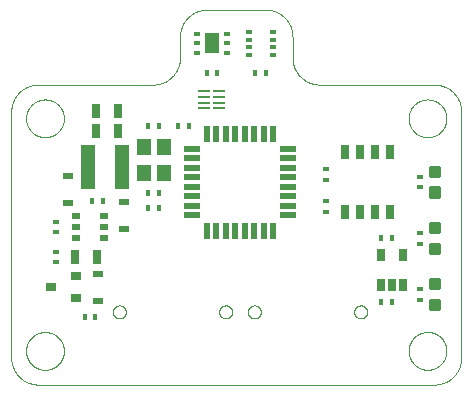
<source format=gtp>
G75*
%MOIN*%
%OFA0B0*%
%FSLAX25Y25*%
%IPPOS*%
%LPD*%
%AMOC8*
5,1,8,0,0,1.08239X$1,22.5*
%
%ADD10C,0.00000*%
%ADD11R,0.01575X0.02362*%
%ADD12R,0.02756X0.05118*%
%ADD13R,0.03268X0.02480*%
%ADD14R,0.04724X0.14567*%
%ADD15R,0.02362X0.01575*%
%ADD16R,0.05709X0.01969*%
%ADD17R,0.01969X0.05709*%
%ADD18R,0.02500X0.05000*%
%ADD19R,0.03150X0.02480*%
%ADD20R,0.04724X0.05512*%
%ADD21R,0.03543X0.03150*%
%ADD22C,0.01181*%
%ADD23R,0.02165X0.01575*%
%ADD24R,0.04921X0.06693*%
%ADD25R,0.01969X0.01378*%
%ADD26R,0.02717X0.03898*%
%ADD27R,0.03937X0.00984*%
D10*
X0014550Y0006924D02*
X0146550Y0006924D01*
X0146767Y0006927D01*
X0146985Y0006935D01*
X0147202Y0006948D01*
X0147419Y0006966D01*
X0147635Y0006990D01*
X0147850Y0007018D01*
X0148065Y0007052D01*
X0148279Y0007092D01*
X0148492Y0007136D01*
X0148704Y0007186D01*
X0148914Y0007240D01*
X0149124Y0007300D01*
X0149331Y0007364D01*
X0149537Y0007434D01*
X0149741Y0007509D01*
X0149944Y0007588D01*
X0150144Y0007673D01*
X0150343Y0007762D01*
X0150539Y0007856D01*
X0150733Y0007955D01*
X0150924Y0008058D01*
X0151113Y0008166D01*
X0151299Y0008279D01*
X0151482Y0008396D01*
X0151663Y0008517D01*
X0151840Y0008643D01*
X0152014Y0008773D01*
X0152186Y0008907D01*
X0152354Y0009045D01*
X0152518Y0009187D01*
X0152679Y0009334D01*
X0152837Y0009484D01*
X0152990Y0009637D01*
X0153140Y0009795D01*
X0153287Y0009956D01*
X0153429Y0010120D01*
X0153567Y0010288D01*
X0153701Y0010460D01*
X0153831Y0010634D01*
X0153957Y0010811D01*
X0154078Y0010992D01*
X0154195Y0011175D01*
X0154308Y0011361D01*
X0154416Y0011550D01*
X0154519Y0011741D01*
X0154618Y0011935D01*
X0154712Y0012131D01*
X0154801Y0012330D01*
X0154886Y0012530D01*
X0154965Y0012733D01*
X0155040Y0012937D01*
X0155110Y0013143D01*
X0155174Y0013350D01*
X0155234Y0013560D01*
X0155288Y0013770D01*
X0155338Y0013982D01*
X0155382Y0014195D01*
X0155422Y0014409D01*
X0155456Y0014624D01*
X0155484Y0014839D01*
X0155508Y0015055D01*
X0155526Y0015272D01*
X0155539Y0015489D01*
X0155547Y0015707D01*
X0155550Y0015924D01*
X0155550Y0097924D01*
X0155547Y0098141D01*
X0155539Y0098359D01*
X0155526Y0098576D01*
X0155508Y0098793D01*
X0155484Y0099009D01*
X0155456Y0099224D01*
X0155422Y0099439D01*
X0155382Y0099653D01*
X0155338Y0099866D01*
X0155288Y0100078D01*
X0155234Y0100288D01*
X0155174Y0100498D01*
X0155110Y0100705D01*
X0155040Y0100911D01*
X0154965Y0101115D01*
X0154886Y0101318D01*
X0154801Y0101518D01*
X0154712Y0101717D01*
X0154618Y0101913D01*
X0154519Y0102107D01*
X0154416Y0102298D01*
X0154308Y0102487D01*
X0154195Y0102673D01*
X0154078Y0102856D01*
X0153957Y0103037D01*
X0153831Y0103214D01*
X0153701Y0103388D01*
X0153567Y0103560D01*
X0153429Y0103728D01*
X0153287Y0103892D01*
X0153140Y0104053D01*
X0152990Y0104211D01*
X0152837Y0104364D01*
X0152679Y0104514D01*
X0152518Y0104661D01*
X0152354Y0104803D01*
X0152186Y0104941D01*
X0152014Y0105075D01*
X0151840Y0105205D01*
X0151663Y0105331D01*
X0151482Y0105452D01*
X0151299Y0105569D01*
X0151113Y0105682D01*
X0150924Y0105790D01*
X0150733Y0105893D01*
X0150539Y0105992D01*
X0150343Y0106086D01*
X0150144Y0106175D01*
X0149944Y0106260D01*
X0149741Y0106339D01*
X0149537Y0106414D01*
X0149331Y0106484D01*
X0149124Y0106548D01*
X0148914Y0106608D01*
X0148704Y0106662D01*
X0148492Y0106712D01*
X0148279Y0106756D01*
X0148065Y0106796D01*
X0147850Y0106830D01*
X0147635Y0106858D01*
X0147419Y0106882D01*
X0147202Y0106900D01*
X0146985Y0106913D01*
X0146767Y0106921D01*
X0146550Y0106924D01*
X0108300Y0106924D01*
X0108083Y0106927D01*
X0107865Y0106935D01*
X0107648Y0106948D01*
X0107431Y0106966D01*
X0107215Y0106990D01*
X0107000Y0107018D01*
X0106785Y0107052D01*
X0106571Y0107092D01*
X0106358Y0107136D01*
X0106146Y0107186D01*
X0105936Y0107240D01*
X0105726Y0107300D01*
X0105519Y0107364D01*
X0105313Y0107434D01*
X0105109Y0107509D01*
X0104906Y0107588D01*
X0104706Y0107673D01*
X0104507Y0107762D01*
X0104311Y0107856D01*
X0104117Y0107955D01*
X0103926Y0108058D01*
X0103737Y0108166D01*
X0103551Y0108279D01*
X0103368Y0108396D01*
X0103187Y0108517D01*
X0103010Y0108643D01*
X0102836Y0108773D01*
X0102664Y0108907D01*
X0102496Y0109045D01*
X0102332Y0109187D01*
X0102171Y0109334D01*
X0102013Y0109484D01*
X0101860Y0109637D01*
X0101710Y0109795D01*
X0101563Y0109956D01*
X0101421Y0110120D01*
X0101283Y0110288D01*
X0101149Y0110460D01*
X0101019Y0110634D01*
X0100893Y0110811D01*
X0100772Y0110992D01*
X0100655Y0111175D01*
X0100542Y0111361D01*
X0100434Y0111550D01*
X0100331Y0111741D01*
X0100232Y0111935D01*
X0100138Y0112131D01*
X0100049Y0112330D01*
X0099964Y0112530D01*
X0099885Y0112733D01*
X0099810Y0112937D01*
X0099740Y0113143D01*
X0099676Y0113350D01*
X0099616Y0113560D01*
X0099562Y0113770D01*
X0099512Y0113982D01*
X0099468Y0114195D01*
X0099428Y0114409D01*
X0099394Y0114624D01*
X0099366Y0114839D01*
X0099342Y0115055D01*
X0099324Y0115272D01*
X0099311Y0115489D01*
X0099303Y0115707D01*
X0099300Y0115924D01*
X0099300Y0122924D01*
X0099297Y0123141D01*
X0099289Y0123359D01*
X0099276Y0123576D01*
X0099258Y0123793D01*
X0099234Y0124009D01*
X0099206Y0124224D01*
X0099172Y0124439D01*
X0099132Y0124653D01*
X0099088Y0124866D01*
X0099038Y0125078D01*
X0098984Y0125288D01*
X0098924Y0125498D01*
X0098860Y0125705D01*
X0098790Y0125911D01*
X0098715Y0126115D01*
X0098636Y0126318D01*
X0098551Y0126518D01*
X0098462Y0126717D01*
X0098368Y0126913D01*
X0098269Y0127107D01*
X0098166Y0127298D01*
X0098058Y0127487D01*
X0097945Y0127673D01*
X0097828Y0127856D01*
X0097707Y0128037D01*
X0097581Y0128214D01*
X0097451Y0128388D01*
X0097317Y0128560D01*
X0097179Y0128728D01*
X0097037Y0128892D01*
X0096890Y0129053D01*
X0096740Y0129211D01*
X0096587Y0129364D01*
X0096429Y0129514D01*
X0096268Y0129661D01*
X0096104Y0129803D01*
X0095936Y0129941D01*
X0095764Y0130075D01*
X0095590Y0130205D01*
X0095413Y0130331D01*
X0095232Y0130452D01*
X0095049Y0130569D01*
X0094863Y0130682D01*
X0094674Y0130790D01*
X0094483Y0130893D01*
X0094289Y0130992D01*
X0094093Y0131086D01*
X0093894Y0131175D01*
X0093694Y0131260D01*
X0093491Y0131339D01*
X0093287Y0131414D01*
X0093081Y0131484D01*
X0092874Y0131548D01*
X0092664Y0131608D01*
X0092454Y0131662D01*
X0092242Y0131712D01*
X0092029Y0131756D01*
X0091815Y0131796D01*
X0091600Y0131830D01*
X0091385Y0131858D01*
X0091169Y0131882D01*
X0090952Y0131900D01*
X0090735Y0131913D01*
X0090517Y0131921D01*
X0090300Y0131924D01*
X0070800Y0131924D01*
X0070583Y0131921D01*
X0070365Y0131913D01*
X0070148Y0131900D01*
X0069931Y0131882D01*
X0069715Y0131858D01*
X0069500Y0131830D01*
X0069285Y0131796D01*
X0069071Y0131756D01*
X0068858Y0131712D01*
X0068646Y0131662D01*
X0068436Y0131608D01*
X0068226Y0131548D01*
X0068019Y0131484D01*
X0067813Y0131414D01*
X0067609Y0131339D01*
X0067406Y0131260D01*
X0067206Y0131175D01*
X0067007Y0131086D01*
X0066811Y0130992D01*
X0066617Y0130893D01*
X0066426Y0130790D01*
X0066237Y0130682D01*
X0066051Y0130569D01*
X0065868Y0130452D01*
X0065687Y0130331D01*
X0065510Y0130205D01*
X0065336Y0130075D01*
X0065164Y0129941D01*
X0064996Y0129803D01*
X0064832Y0129661D01*
X0064671Y0129514D01*
X0064513Y0129364D01*
X0064360Y0129211D01*
X0064210Y0129053D01*
X0064063Y0128892D01*
X0063921Y0128728D01*
X0063783Y0128560D01*
X0063649Y0128388D01*
X0063519Y0128214D01*
X0063393Y0128037D01*
X0063272Y0127856D01*
X0063155Y0127673D01*
X0063042Y0127487D01*
X0062934Y0127298D01*
X0062831Y0127107D01*
X0062732Y0126913D01*
X0062638Y0126717D01*
X0062549Y0126518D01*
X0062464Y0126318D01*
X0062385Y0126115D01*
X0062310Y0125911D01*
X0062240Y0125705D01*
X0062176Y0125498D01*
X0062116Y0125288D01*
X0062062Y0125078D01*
X0062012Y0124866D01*
X0061968Y0124653D01*
X0061928Y0124439D01*
X0061894Y0124224D01*
X0061866Y0124009D01*
X0061842Y0123793D01*
X0061824Y0123576D01*
X0061811Y0123359D01*
X0061803Y0123141D01*
X0061800Y0122924D01*
X0061800Y0115924D01*
X0061797Y0115707D01*
X0061789Y0115489D01*
X0061776Y0115272D01*
X0061758Y0115055D01*
X0061734Y0114839D01*
X0061706Y0114624D01*
X0061672Y0114409D01*
X0061632Y0114195D01*
X0061588Y0113982D01*
X0061538Y0113770D01*
X0061484Y0113560D01*
X0061424Y0113350D01*
X0061360Y0113143D01*
X0061290Y0112937D01*
X0061215Y0112733D01*
X0061136Y0112530D01*
X0061051Y0112330D01*
X0060962Y0112131D01*
X0060868Y0111935D01*
X0060769Y0111741D01*
X0060666Y0111550D01*
X0060558Y0111361D01*
X0060445Y0111175D01*
X0060328Y0110992D01*
X0060207Y0110811D01*
X0060081Y0110634D01*
X0059951Y0110460D01*
X0059817Y0110288D01*
X0059679Y0110120D01*
X0059537Y0109956D01*
X0059390Y0109795D01*
X0059240Y0109637D01*
X0059087Y0109484D01*
X0058929Y0109334D01*
X0058768Y0109187D01*
X0058604Y0109045D01*
X0058436Y0108907D01*
X0058264Y0108773D01*
X0058090Y0108643D01*
X0057913Y0108517D01*
X0057732Y0108396D01*
X0057549Y0108279D01*
X0057363Y0108166D01*
X0057174Y0108058D01*
X0056983Y0107955D01*
X0056789Y0107856D01*
X0056593Y0107762D01*
X0056394Y0107673D01*
X0056194Y0107588D01*
X0055991Y0107509D01*
X0055787Y0107434D01*
X0055581Y0107364D01*
X0055374Y0107300D01*
X0055164Y0107240D01*
X0054954Y0107186D01*
X0054742Y0107136D01*
X0054529Y0107092D01*
X0054315Y0107052D01*
X0054100Y0107018D01*
X0053885Y0106990D01*
X0053669Y0106966D01*
X0053452Y0106948D01*
X0053235Y0106935D01*
X0053017Y0106927D01*
X0052800Y0106924D01*
X0014550Y0106924D01*
X0014333Y0106921D01*
X0014115Y0106913D01*
X0013898Y0106900D01*
X0013681Y0106882D01*
X0013465Y0106858D01*
X0013250Y0106830D01*
X0013035Y0106796D01*
X0012821Y0106756D01*
X0012608Y0106712D01*
X0012396Y0106662D01*
X0012186Y0106608D01*
X0011976Y0106548D01*
X0011769Y0106484D01*
X0011563Y0106414D01*
X0011359Y0106339D01*
X0011156Y0106260D01*
X0010956Y0106175D01*
X0010757Y0106086D01*
X0010561Y0105992D01*
X0010367Y0105893D01*
X0010176Y0105790D01*
X0009987Y0105682D01*
X0009801Y0105569D01*
X0009618Y0105452D01*
X0009437Y0105331D01*
X0009260Y0105205D01*
X0009086Y0105075D01*
X0008914Y0104941D01*
X0008746Y0104803D01*
X0008582Y0104661D01*
X0008421Y0104514D01*
X0008263Y0104364D01*
X0008110Y0104211D01*
X0007960Y0104053D01*
X0007813Y0103892D01*
X0007671Y0103728D01*
X0007533Y0103560D01*
X0007399Y0103388D01*
X0007269Y0103214D01*
X0007143Y0103037D01*
X0007022Y0102856D01*
X0006905Y0102673D01*
X0006792Y0102487D01*
X0006684Y0102298D01*
X0006581Y0102107D01*
X0006482Y0101913D01*
X0006388Y0101717D01*
X0006299Y0101518D01*
X0006214Y0101318D01*
X0006135Y0101115D01*
X0006060Y0100911D01*
X0005990Y0100705D01*
X0005926Y0100498D01*
X0005866Y0100288D01*
X0005812Y0100078D01*
X0005762Y0099866D01*
X0005718Y0099653D01*
X0005678Y0099439D01*
X0005644Y0099224D01*
X0005616Y0099009D01*
X0005592Y0098793D01*
X0005574Y0098576D01*
X0005561Y0098359D01*
X0005553Y0098141D01*
X0005550Y0097924D01*
X0005550Y0015924D01*
X0005553Y0015707D01*
X0005561Y0015489D01*
X0005574Y0015272D01*
X0005592Y0015055D01*
X0005616Y0014839D01*
X0005644Y0014624D01*
X0005678Y0014409D01*
X0005718Y0014195D01*
X0005762Y0013982D01*
X0005812Y0013770D01*
X0005866Y0013560D01*
X0005926Y0013350D01*
X0005990Y0013143D01*
X0006060Y0012937D01*
X0006135Y0012733D01*
X0006214Y0012530D01*
X0006299Y0012330D01*
X0006388Y0012131D01*
X0006482Y0011935D01*
X0006581Y0011741D01*
X0006684Y0011550D01*
X0006792Y0011361D01*
X0006905Y0011175D01*
X0007022Y0010992D01*
X0007143Y0010811D01*
X0007269Y0010634D01*
X0007399Y0010460D01*
X0007533Y0010288D01*
X0007671Y0010120D01*
X0007813Y0009956D01*
X0007960Y0009795D01*
X0008110Y0009637D01*
X0008263Y0009484D01*
X0008421Y0009334D01*
X0008582Y0009187D01*
X0008746Y0009045D01*
X0008914Y0008907D01*
X0009086Y0008773D01*
X0009260Y0008643D01*
X0009437Y0008517D01*
X0009618Y0008396D01*
X0009801Y0008279D01*
X0009987Y0008166D01*
X0010176Y0008058D01*
X0010367Y0007955D01*
X0010561Y0007856D01*
X0010757Y0007762D01*
X0010956Y0007673D01*
X0011156Y0007588D01*
X0011359Y0007509D01*
X0011563Y0007434D01*
X0011769Y0007364D01*
X0011976Y0007300D01*
X0012186Y0007240D01*
X0012396Y0007186D01*
X0012608Y0007136D01*
X0012821Y0007092D01*
X0013035Y0007052D01*
X0013250Y0007018D01*
X0013465Y0006990D01*
X0013681Y0006966D01*
X0013898Y0006948D01*
X0014115Y0006935D01*
X0014333Y0006927D01*
X0014550Y0006924D01*
X0010501Y0018174D02*
X0010503Y0018332D01*
X0010509Y0018490D01*
X0010519Y0018648D01*
X0010533Y0018806D01*
X0010551Y0018963D01*
X0010572Y0019120D01*
X0010598Y0019276D01*
X0010628Y0019432D01*
X0010661Y0019587D01*
X0010699Y0019740D01*
X0010740Y0019893D01*
X0010785Y0020045D01*
X0010834Y0020196D01*
X0010887Y0020345D01*
X0010943Y0020493D01*
X0011003Y0020639D01*
X0011067Y0020784D01*
X0011135Y0020927D01*
X0011206Y0021069D01*
X0011280Y0021209D01*
X0011358Y0021346D01*
X0011440Y0021482D01*
X0011524Y0021616D01*
X0011613Y0021747D01*
X0011704Y0021876D01*
X0011799Y0022003D01*
X0011896Y0022128D01*
X0011997Y0022250D01*
X0012101Y0022369D01*
X0012208Y0022486D01*
X0012318Y0022600D01*
X0012431Y0022711D01*
X0012546Y0022820D01*
X0012664Y0022925D01*
X0012785Y0023027D01*
X0012908Y0023127D01*
X0013034Y0023223D01*
X0013162Y0023316D01*
X0013292Y0023406D01*
X0013425Y0023492D01*
X0013560Y0023576D01*
X0013696Y0023655D01*
X0013835Y0023732D01*
X0013976Y0023804D01*
X0014118Y0023874D01*
X0014262Y0023939D01*
X0014408Y0024001D01*
X0014555Y0024059D01*
X0014704Y0024114D01*
X0014854Y0024165D01*
X0015005Y0024212D01*
X0015157Y0024255D01*
X0015310Y0024294D01*
X0015465Y0024330D01*
X0015620Y0024361D01*
X0015776Y0024389D01*
X0015932Y0024413D01*
X0016089Y0024433D01*
X0016247Y0024449D01*
X0016404Y0024461D01*
X0016563Y0024469D01*
X0016721Y0024473D01*
X0016879Y0024473D01*
X0017037Y0024469D01*
X0017196Y0024461D01*
X0017353Y0024449D01*
X0017511Y0024433D01*
X0017668Y0024413D01*
X0017824Y0024389D01*
X0017980Y0024361D01*
X0018135Y0024330D01*
X0018290Y0024294D01*
X0018443Y0024255D01*
X0018595Y0024212D01*
X0018746Y0024165D01*
X0018896Y0024114D01*
X0019045Y0024059D01*
X0019192Y0024001D01*
X0019338Y0023939D01*
X0019482Y0023874D01*
X0019624Y0023804D01*
X0019765Y0023732D01*
X0019904Y0023655D01*
X0020040Y0023576D01*
X0020175Y0023492D01*
X0020308Y0023406D01*
X0020438Y0023316D01*
X0020566Y0023223D01*
X0020692Y0023127D01*
X0020815Y0023027D01*
X0020936Y0022925D01*
X0021054Y0022820D01*
X0021169Y0022711D01*
X0021282Y0022600D01*
X0021392Y0022486D01*
X0021499Y0022369D01*
X0021603Y0022250D01*
X0021704Y0022128D01*
X0021801Y0022003D01*
X0021896Y0021876D01*
X0021987Y0021747D01*
X0022076Y0021616D01*
X0022160Y0021482D01*
X0022242Y0021346D01*
X0022320Y0021209D01*
X0022394Y0021069D01*
X0022465Y0020927D01*
X0022533Y0020784D01*
X0022597Y0020639D01*
X0022657Y0020493D01*
X0022713Y0020345D01*
X0022766Y0020196D01*
X0022815Y0020045D01*
X0022860Y0019893D01*
X0022901Y0019740D01*
X0022939Y0019587D01*
X0022972Y0019432D01*
X0023002Y0019276D01*
X0023028Y0019120D01*
X0023049Y0018963D01*
X0023067Y0018806D01*
X0023081Y0018648D01*
X0023091Y0018490D01*
X0023097Y0018332D01*
X0023099Y0018174D01*
X0023097Y0018016D01*
X0023091Y0017858D01*
X0023081Y0017700D01*
X0023067Y0017542D01*
X0023049Y0017385D01*
X0023028Y0017228D01*
X0023002Y0017072D01*
X0022972Y0016916D01*
X0022939Y0016761D01*
X0022901Y0016608D01*
X0022860Y0016455D01*
X0022815Y0016303D01*
X0022766Y0016152D01*
X0022713Y0016003D01*
X0022657Y0015855D01*
X0022597Y0015709D01*
X0022533Y0015564D01*
X0022465Y0015421D01*
X0022394Y0015279D01*
X0022320Y0015139D01*
X0022242Y0015002D01*
X0022160Y0014866D01*
X0022076Y0014732D01*
X0021987Y0014601D01*
X0021896Y0014472D01*
X0021801Y0014345D01*
X0021704Y0014220D01*
X0021603Y0014098D01*
X0021499Y0013979D01*
X0021392Y0013862D01*
X0021282Y0013748D01*
X0021169Y0013637D01*
X0021054Y0013528D01*
X0020936Y0013423D01*
X0020815Y0013321D01*
X0020692Y0013221D01*
X0020566Y0013125D01*
X0020438Y0013032D01*
X0020308Y0012942D01*
X0020175Y0012856D01*
X0020040Y0012772D01*
X0019904Y0012693D01*
X0019765Y0012616D01*
X0019624Y0012544D01*
X0019482Y0012474D01*
X0019338Y0012409D01*
X0019192Y0012347D01*
X0019045Y0012289D01*
X0018896Y0012234D01*
X0018746Y0012183D01*
X0018595Y0012136D01*
X0018443Y0012093D01*
X0018290Y0012054D01*
X0018135Y0012018D01*
X0017980Y0011987D01*
X0017824Y0011959D01*
X0017668Y0011935D01*
X0017511Y0011915D01*
X0017353Y0011899D01*
X0017196Y0011887D01*
X0017037Y0011879D01*
X0016879Y0011875D01*
X0016721Y0011875D01*
X0016563Y0011879D01*
X0016404Y0011887D01*
X0016247Y0011899D01*
X0016089Y0011915D01*
X0015932Y0011935D01*
X0015776Y0011959D01*
X0015620Y0011987D01*
X0015465Y0012018D01*
X0015310Y0012054D01*
X0015157Y0012093D01*
X0015005Y0012136D01*
X0014854Y0012183D01*
X0014704Y0012234D01*
X0014555Y0012289D01*
X0014408Y0012347D01*
X0014262Y0012409D01*
X0014118Y0012474D01*
X0013976Y0012544D01*
X0013835Y0012616D01*
X0013696Y0012693D01*
X0013560Y0012772D01*
X0013425Y0012856D01*
X0013292Y0012942D01*
X0013162Y0013032D01*
X0013034Y0013125D01*
X0012908Y0013221D01*
X0012785Y0013321D01*
X0012664Y0013423D01*
X0012546Y0013528D01*
X0012431Y0013637D01*
X0012318Y0013748D01*
X0012208Y0013862D01*
X0012101Y0013979D01*
X0011997Y0014098D01*
X0011896Y0014220D01*
X0011799Y0014345D01*
X0011704Y0014472D01*
X0011613Y0014601D01*
X0011524Y0014732D01*
X0011440Y0014866D01*
X0011358Y0015002D01*
X0011280Y0015139D01*
X0011206Y0015279D01*
X0011135Y0015421D01*
X0011067Y0015564D01*
X0011003Y0015709D01*
X0010943Y0015855D01*
X0010887Y0016003D01*
X0010834Y0016152D01*
X0010785Y0016303D01*
X0010740Y0016455D01*
X0010699Y0016608D01*
X0010661Y0016761D01*
X0010628Y0016916D01*
X0010598Y0017072D01*
X0010572Y0017228D01*
X0010551Y0017385D01*
X0010533Y0017542D01*
X0010519Y0017700D01*
X0010509Y0017858D01*
X0010503Y0018016D01*
X0010501Y0018174D01*
X0039418Y0031156D02*
X0039420Y0031249D01*
X0039426Y0031341D01*
X0039436Y0031433D01*
X0039450Y0031524D01*
X0039467Y0031615D01*
X0039489Y0031705D01*
X0039514Y0031794D01*
X0039543Y0031882D01*
X0039576Y0031968D01*
X0039613Y0032053D01*
X0039653Y0032137D01*
X0039697Y0032218D01*
X0039744Y0032298D01*
X0039794Y0032376D01*
X0039848Y0032451D01*
X0039905Y0032524D01*
X0039965Y0032594D01*
X0040028Y0032662D01*
X0040094Y0032727D01*
X0040162Y0032789D01*
X0040233Y0032849D01*
X0040307Y0032905D01*
X0040383Y0032958D01*
X0040461Y0033007D01*
X0040541Y0033054D01*
X0040623Y0033096D01*
X0040707Y0033136D01*
X0040792Y0033171D01*
X0040879Y0033203D01*
X0040967Y0033232D01*
X0041056Y0033256D01*
X0041146Y0033277D01*
X0041237Y0033293D01*
X0041329Y0033306D01*
X0041421Y0033315D01*
X0041514Y0033320D01*
X0041606Y0033321D01*
X0041699Y0033318D01*
X0041791Y0033311D01*
X0041883Y0033300D01*
X0041974Y0033285D01*
X0042065Y0033267D01*
X0042155Y0033244D01*
X0042243Y0033218D01*
X0042331Y0033188D01*
X0042417Y0033154D01*
X0042501Y0033117D01*
X0042584Y0033075D01*
X0042665Y0033031D01*
X0042745Y0032983D01*
X0042822Y0032932D01*
X0042896Y0032877D01*
X0042969Y0032819D01*
X0043039Y0032759D01*
X0043106Y0032695D01*
X0043170Y0032629D01*
X0043232Y0032559D01*
X0043290Y0032488D01*
X0043345Y0032414D01*
X0043397Y0032337D01*
X0043446Y0032258D01*
X0043492Y0032178D01*
X0043534Y0032095D01*
X0043572Y0032011D01*
X0043607Y0031925D01*
X0043638Y0031838D01*
X0043665Y0031750D01*
X0043688Y0031660D01*
X0043708Y0031570D01*
X0043724Y0031479D01*
X0043736Y0031387D01*
X0043744Y0031295D01*
X0043748Y0031202D01*
X0043748Y0031110D01*
X0043744Y0031017D01*
X0043736Y0030925D01*
X0043724Y0030833D01*
X0043708Y0030742D01*
X0043688Y0030652D01*
X0043665Y0030562D01*
X0043638Y0030474D01*
X0043607Y0030387D01*
X0043572Y0030301D01*
X0043534Y0030217D01*
X0043492Y0030134D01*
X0043446Y0030054D01*
X0043397Y0029975D01*
X0043345Y0029898D01*
X0043290Y0029824D01*
X0043232Y0029753D01*
X0043170Y0029683D01*
X0043106Y0029617D01*
X0043039Y0029553D01*
X0042969Y0029493D01*
X0042896Y0029435D01*
X0042822Y0029380D01*
X0042745Y0029329D01*
X0042666Y0029281D01*
X0042584Y0029237D01*
X0042501Y0029195D01*
X0042417Y0029158D01*
X0042331Y0029124D01*
X0042243Y0029094D01*
X0042155Y0029068D01*
X0042065Y0029045D01*
X0041974Y0029027D01*
X0041883Y0029012D01*
X0041791Y0029001D01*
X0041699Y0028994D01*
X0041606Y0028991D01*
X0041514Y0028992D01*
X0041421Y0028997D01*
X0041329Y0029006D01*
X0041237Y0029019D01*
X0041146Y0029035D01*
X0041056Y0029056D01*
X0040967Y0029080D01*
X0040879Y0029109D01*
X0040792Y0029141D01*
X0040707Y0029176D01*
X0040623Y0029216D01*
X0040541Y0029258D01*
X0040461Y0029305D01*
X0040383Y0029354D01*
X0040307Y0029407D01*
X0040233Y0029463D01*
X0040162Y0029523D01*
X0040094Y0029585D01*
X0040028Y0029650D01*
X0039965Y0029718D01*
X0039905Y0029788D01*
X0039848Y0029861D01*
X0039794Y0029936D01*
X0039744Y0030014D01*
X0039697Y0030094D01*
X0039653Y0030175D01*
X0039613Y0030259D01*
X0039576Y0030344D01*
X0039543Y0030430D01*
X0039514Y0030518D01*
X0039489Y0030607D01*
X0039467Y0030697D01*
X0039450Y0030788D01*
X0039436Y0030879D01*
X0039426Y0030971D01*
X0039420Y0031063D01*
X0039418Y0031156D01*
X0074852Y0031156D02*
X0074854Y0031249D01*
X0074860Y0031341D01*
X0074870Y0031433D01*
X0074884Y0031524D01*
X0074901Y0031615D01*
X0074923Y0031705D01*
X0074948Y0031794D01*
X0074977Y0031882D01*
X0075010Y0031968D01*
X0075047Y0032053D01*
X0075087Y0032137D01*
X0075131Y0032218D01*
X0075178Y0032298D01*
X0075228Y0032376D01*
X0075282Y0032451D01*
X0075339Y0032524D01*
X0075399Y0032594D01*
X0075462Y0032662D01*
X0075528Y0032727D01*
X0075596Y0032789D01*
X0075667Y0032849D01*
X0075741Y0032905D01*
X0075817Y0032958D01*
X0075895Y0033007D01*
X0075975Y0033054D01*
X0076057Y0033096D01*
X0076141Y0033136D01*
X0076226Y0033171D01*
X0076313Y0033203D01*
X0076401Y0033232D01*
X0076490Y0033256D01*
X0076580Y0033277D01*
X0076671Y0033293D01*
X0076763Y0033306D01*
X0076855Y0033315D01*
X0076948Y0033320D01*
X0077040Y0033321D01*
X0077133Y0033318D01*
X0077225Y0033311D01*
X0077317Y0033300D01*
X0077408Y0033285D01*
X0077499Y0033267D01*
X0077589Y0033244D01*
X0077677Y0033218D01*
X0077765Y0033188D01*
X0077851Y0033154D01*
X0077935Y0033117D01*
X0078018Y0033075D01*
X0078099Y0033031D01*
X0078179Y0032983D01*
X0078256Y0032932D01*
X0078330Y0032877D01*
X0078403Y0032819D01*
X0078473Y0032759D01*
X0078540Y0032695D01*
X0078604Y0032629D01*
X0078666Y0032559D01*
X0078724Y0032488D01*
X0078779Y0032414D01*
X0078831Y0032337D01*
X0078880Y0032258D01*
X0078926Y0032178D01*
X0078968Y0032095D01*
X0079006Y0032011D01*
X0079041Y0031925D01*
X0079072Y0031838D01*
X0079099Y0031750D01*
X0079122Y0031660D01*
X0079142Y0031570D01*
X0079158Y0031479D01*
X0079170Y0031387D01*
X0079178Y0031295D01*
X0079182Y0031202D01*
X0079182Y0031110D01*
X0079178Y0031017D01*
X0079170Y0030925D01*
X0079158Y0030833D01*
X0079142Y0030742D01*
X0079122Y0030652D01*
X0079099Y0030562D01*
X0079072Y0030474D01*
X0079041Y0030387D01*
X0079006Y0030301D01*
X0078968Y0030217D01*
X0078926Y0030134D01*
X0078880Y0030054D01*
X0078831Y0029975D01*
X0078779Y0029898D01*
X0078724Y0029824D01*
X0078666Y0029753D01*
X0078604Y0029683D01*
X0078540Y0029617D01*
X0078473Y0029553D01*
X0078403Y0029493D01*
X0078330Y0029435D01*
X0078256Y0029380D01*
X0078179Y0029329D01*
X0078100Y0029281D01*
X0078018Y0029237D01*
X0077935Y0029195D01*
X0077851Y0029158D01*
X0077765Y0029124D01*
X0077677Y0029094D01*
X0077589Y0029068D01*
X0077499Y0029045D01*
X0077408Y0029027D01*
X0077317Y0029012D01*
X0077225Y0029001D01*
X0077133Y0028994D01*
X0077040Y0028991D01*
X0076948Y0028992D01*
X0076855Y0028997D01*
X0076763Y0029006D01*
X0076671Y0029019D01*
X0076580Y0029035D01*
X0076490Y0029056D01*
X0076401Y0029080D01*
X0076313Y0029109D01*
X0076226Y0029141D01*
X0076141Y0029176D01*
X0076057Y0029216D01*
X0075975Y0029258D01*
X0075895Y0029305D01*
X0075817Y0029354D01*
X0075741Y0029407D01*
X0075667Y0029463D01*
X0075596Y0029523D01*
X0075528Y0029585D01*
X0075462Y0029650D01*
X0075399Y0029718D01*
X0075339Y0029788D01*
X0075282Y0029861D01*
X0075228Y0029936D01*
X0075178Y0030014D01*
X0075131Y0030094D01*
X0075087Y0030175D01*
X0075047Y0030259D01*
X0075010Y0030344D01*
X0074977Y0030430D01*
X0074948Y0030518D01*
X0074923Y0030607D01*
X0074901Y0030697D01*
X0074884Y0030788D01*
X0074870Y0030879D01*
X0074860Y0030971D01*
X0074854Y0031063D01*
X0074852Y0031156D01*
X0084418Y0031156D02*
X0084420Y0031249D01*
X0084426Y0031341D01*
X0084436Y0031433D01*
X0084450Y0031524D01*
X0084467Y0031615D01*
X0084489Y0031705D01*
X0084514Y0031794D01*
X0084543Y0031882D01*
X0084576Y0031968D01*
X0084613Y0032053D01*
X0084653Y0032137D01*
X0084697Y0032218D01*
X0084744Y0032298D01*
X0084794Y0032376D01*
X0084848Y0032451D01*
X0084905Y0032524D01*
X0084965Y0032594D01*
X0085028Y0032662D01*
X0085094Y0032727D01*
X0085162Y0032789D01*
X0085233Y0032849D01*
X0085307Y0032905D01*
X0085383Y0032958D01*
X0085461Y0033007D01*
X0085541Y0033054D01*
X0085623Y0033096D01*
X0085707Y0033136D01*
X0085792Y0033171D01*
X0085879Y0033203D01*
X0085967Y0033232D01*
X0086056Y0033256D01*
X0086146Y0033277D01*
X0086237Y0033293D01*
X0086329Y0033306D01*
X0086421Y0033315D01*
X0086514Y0033320D01*
X0086606Y0033321D01*
X0086699Y0033318D01*
X0086791Y0033311D01*
X0086883Y0033300D01*
X0086974Y0033285D01*
X0087065Y0033267D01*
X0087155Y0033244D01*
X0087243Y0033218D01*
X0087331Y0033188D01*
X0087417Y0033154D01*
X0087501Y0033117D01*
X0087584Y0033075D01*
X0087665Y0033031D01*
X0087745Y0032983D01*
X0087822Y0032932D01*
X0087896Y0032877D01*
X0087969Y0032819D01*
X0088039Y0032759D01*
X0088106Y0032695D01*
X0088170Y0032629D01*
X0088232Y0032559D01*
X0088290Y0032488D01*
X0088345Y0032414D01*
X0088397Y0032337D01*
X0088446Y0032258D01*
X0088492Y0032178D01*
X0088534Y0032095D01*
X0088572Y0032011D01*
X0088607Y0031925D01*
X0088638Y0031838D01*
X0088665Y0031750D01*
X0088688Y0031660D01*
X0088708Y0031570D01*
X0088724Y0031479D01*
X0088736Y0031387D01*
X0088744Y0031295D01*
X0088748Y0031202D01*
X0088748Y0031110D01*
X0088744Y0031017D01*
X0088736Y0030925D01*
X0088724Y0030833D01*
X0088708Y0030742D01*
X0088688Y0030652D01*
X0088665Y0030562D01*
X0088638Y0030474D01*
X0088607Y0030387D01*
X0088572Y0030301D01*
X0088534Y0030217D01*
X0088492Y0030134D01*
X0088446Y0030054D01*
X0088397Y0029975D01*
X0088345Y0029898D01*
X0088290Y0029824D01*
X0088232Y0029753D01*
X0088170Y0029683D01*
X0088106Y0029617D01*
X0088039Y0029553D01*
X0087969Y0029493D01*
X0087896Y0029435D01*
X0087822Y0029380D01*
X0087745Y0029329D01*
X0087666Y0029281D01*
X0087584Y0029237D01*
X0087501Y0029195D01*
X0087417Y0029158D01*
X0087331Y0029124D01*
X0087243Y0029094D01*
X0087155Y0029068D01*
X0087065Y0029045D01*
X0086974Y0029027D01*
X0086883Y0029012D01*
X0086791Y0029001D01*
X0086699Y0028994D01*
X0086606Y0028991D01*
X0086514Y0028992D01*
X0086421Y0028997D01*
X0086329Y0029006D01*
X0086237Y0029019D01*
X0086146Y0029035D01*
X0086056Y0029056D01*
X0085967Y0029080D01*
X0085879Y0029109D01*
X0085792Y0029141D01*
X0085707Y0029176D01*
X0085623Y0029216D01*
X0085541Y0029258D01*
X0085461Y0029305D01*
X0085383Y0029354D01*
X0085307Y0029407D01*
X0085233Y0029463D01*
X0085162Y0029523D01*
X0085094Y0029585D01*
X0085028Y0029650D01*
X0084965Y0029718D01*
X0084905Y0029788D01*
X0084848Y0029861D01*
X0084794Y0029936D01*
X0084744Y0030014D01*
X0084697Y0030094D01*
X0084653Y0030175D01*
X0084613Y0030259D01*
X0084576Y0030344D01*
X0084543Y0030430D01*
X0084514Y0030518D01*
X0084489Y0030607D01*
X0084467Y0030697D01*
X0084450Y0030788D01*
X0084436Y0030879D01*
X0084426Y0030971D01*
X0084420Y0031063D01*
X0084418Y0031156D01*
X0119852Y0031156D02*
X0119854Y0031249D01*
X0119860Y0031341D01*
X0119870Y0031433D01*
X0119884Y0031524D01*
X0119901Y0031615D01*
X0119923Y0031705D01*
X0119948Y0031794D01*
X0119977Y0031882D01*
X0120010Y0031968D01*
X0120047Y0032053D01*
X0120087Y0032137D01*
X0120131Y0032218D01*
X0120178Y0032298D01*
X0120228Y0032376D01*
X0120282Y0032451D01*
X0120339Y0032524D01*
X0120399Y0032594D01*
X0120462Y0032662D01*
X0120528Y0032727D01*
X0120596Y0032789D01*
X0120667Y0032849D01*
X0120741Y0032905D01*
X0120817Y0032958D01*
X0120895Y0033007D01*
X0120975Y0033054D01*
X0121057Y0033096D01*
X0121141Y0033136D01*
X0121226Y0033171D01*
X0121313Y0033203D01*
X0121401Y0033232D01*
X0121490Y0033256D01*
X0121580Y0033277D01*
X0121671Y0033293D01*
X0121763Y0033306D01*
X0121855Y0033315D01*
X0121948Y0033320D01*
X0122040Y0033321D01*
X0122133Y0033318D01*
X0122225Y0033311D01*
X0122317Y0033300D01*
X0122408Y0033285D01*
X0122499Y0033267D01*
X0122589Y0033244D01*
X0122677Y0033218D01*
X0122765Y0033188D01*
X0122851Y0033154D01*
X0122935Y0033117D01*
X0123018Y0033075D01*
X0123099Y0033031D01*
X0123179Y0032983D01*
X0123256Y0032932D01*
X0123330Y0032877D01*
X0123403Y0032819D01*
X0123473Y0032759D01*
X0123540Y0032695D01*
X0123604Y0032629D01*
X0123666Y0032559D01*
X0123724Y0032488D01*
X0123779Y0032414D01*
X0123831Y0032337D01*
X0123880Y0032258D01*
X0123926Y0032178D01*
X0123968Y0032095D01*
X0124006Y0032011D01*
X0124041Y0031925D01*
X0124072Y0031838D01*
X0124099Y0031750D01*
X0124122Y0031660D01*
X0124142Y0031570D01*
X0124158Y0031479D01*
X0124170Y0031387D01*
X0124178Y0031295D01*
X0124182Y0031202D01*
X0124182Y0031110D01*
X0124178Y0031017D01*
X0124170Y0030925D01*
X0124158Y0030833D01*
X0124142Y0030742D01*
X0124122Y0030652D01*
X0124099Y0030562D01*
X0124072Y0030474D01*
X0124041Y0030387D01*
X0124006Y0030301D01*
X0123968Y0030217D01*
X0123926Y0030134D01*
X0123880Y0030054D01*
X0123831Y0029975D01*
X0123779Y0029898D01*
X0123724Y0029824D01*
X0123666Y0029753D01*
X0123604Y0029683D01*
X0123540Y0029617D01*
X0123473Y0029553D01*
X0123403Y0029493D01*
X0123330Y0029435D01*
X0123256Y0029380D01*
X0123179Y0029329D01*
X0123100Y0029281D01*
X0123018Y0029237D01*
X0122935Y0029195D01*
X0122851Y0029158D01*
X0122765Y0029124D01*
X0122677Y0029094D01*
X0122589Y0029068D01*
X0122499Y0029045D01*
X0122408Y0029027D01*
X0122317Y0029012D01*
X0122225Y0029001D01*
X0122133Y0028994D01*
X0122040Y0028991D01*
X0121948Y0028992D01*
X0121855Y0028997D01*
X0121763Y0029006D01*
X0121671Y0029019D01*
X0121580Y0029035D01*
X0121490Y0029056D01*
X0121401Y0029080D01*
X0121313Y0029109D01*
X0121226Y0029141D01*
X0121141Y0029176D01*
X0121057Y0029216D01*
X0120975Y0029258D01*
X0120895Y0029305D01*
X0120817Y0029354D01*
X0120741Y0029407D01*
X0120667Y0029463D01*
X0120596Y0029523D01*
X0120528Y0029585D01*
X0120462Y0029650D01*
X0120399Y0029718D01*
X0120339Y0029788D01*
X0120282Y0029861D01*
X0120228Y0029936D01*
X0120178Y0030014D01*
X0120131Y0030094D01*
X0120087Y0030175D01*
X0120047Y0030259D01*
X0120010Y0030344D01*
X0119977Y0030430D01*
X0119948Y0030518D01*
X0119923Y0030607D01*
X0119901Y0030697D01*
X0119884Y0030788D01*
X0119870Y0030879D01*
X0119860Y0030971D01*
X0119854Y0031063D01*
X0119852Y0031156D01*
X0138001Y0018174D02*
X0138003Y0018332D01*
X0138009Y0018490D01*
X0138019Y0018648D01*
X0138033Y0018806D01*
X0138051Y0018963D01*
X0138072Y0019120D01*
X0138098Y0019276D01*
X0138128Y0019432D01*
X0138161Y0019587D01*
X0138199Y0019740D01*
X0138240Y0019893D01*
X0138285Y0020045D01*
X0138334Y0020196D01*
X0138387Y0020345D01*
X0138443Y0020493D01*
X0138503Y0020639D01*
X0138567Y0020784D01*
X0138635Y0020927D01*
X0138706Y0021069D01*
X0138780Y0021209D01*
X0138858Y0021346D01*
X0138940Y0021482D01*
X0139024Y0021616D01*
X0139113Y0021747D01*
X0139204Y0021876D01*
X0139299Y0022003D01*
X0139396Y0022128D01*
X0139497Y0022250D01*
X0139601Y0022369D01*
X0139708Y0022486D01*
X0139818Y0022600D01*
X0139931Y0022711D01*
X0140046Y0022820D01*
X0140164Y0022925D01*
X0140285Y0023027D01*
X0140408Y0023127D01*
X0140534Y0023223D01*
X0140662Y0023316D01*
X0140792Y0023406D01*
X0140925Y0023492D01*
X0141060Y0023576D01*
X0141196Y0023655D01*
X0141335Y0023732D01*
X0141476Y0023804D01*
X0141618Y0023874D01*
X0141762Y0023939D01*
X0141908Y0024001D01*
X0142055Y0024059D01*
X0142204Y0024114D01*
X0142354Y0024165D01*
X0142505Y0024212D01*
X0142657Y0024255D01*
X0142810Y0024294D01*
X0142965Y0024330D01*
X0143120Y0024361D01*
X0143276Y0024389D01*
X0143432Y0024413D01*
X0143589Y0024433D01*
X0143747Y0024449D01*
X0143904Y0024461D01*
X0144063Y0024469D01*
X0144221Y0024473D01*
X0144379Y0024473D01*
X0144537Y0024469D01*
X0144696Y0024461D01*
X0144853Y0024449D01*
X0145011Y0024433D01*
X0145168Y0024413D01*
X0145324Y0024389D01*
X0145480Y0024361D01*
X0145635Y0024330D01*
X0145790Y0024294D01*
X0145943Y0024255D01*
X0146095Y0024212D01*
X0146246Y0024165D01*
X0146396Y0024114D01*
X0146545Y0024059D01*
X0146692Y0024001D01*
X0146838Y0023939D01*
X0146982Y0023874D01*
X0147124Y0023804D01*
X0147265Y0023732D01*
X0147404Y0023655D01*
X0147540Y0023576D01*
X0147675Y0023492D01*
X0147808Y0023406D01*
X0147938Y0023316D01*
X0148066Y0023223D01*
X0148192Y0023127D01*
X0148315Y0023027D01*
X0148436Y0022925D01*
X0148554Y0022820D01*
X0148669Y0022711D01*
X0148782Y0022600D01*
X0148892Y0022486D01*
X0148999Y0022369D01*
X0149103Y0022250D01*
X0149204Y0022128D01*
X0149301Y0022003D01*
X0149396Y0021876D01*
X0149487Y0021747D01*
X0149576Y0021616D01*
X0149660Y0021482D01*
X0149742Y0021346D01*
X0149820Y0021209D01*
X0149894Y0021069D01*
X0149965Y0020927D01*
X0150033Y0020784D01*
X0150097Y0020639D01*
X0150157Y0020493D01*
X0150213Y0020345D01*
X0150266Y0020196D01*
X0150315Y0020045D01*
X0150360Y0019893D01*
X0150401Y0019740D01*
X0150439Y0019587D01*
X0150472Y0019432D01*
X0150502Y0019276D01*
X0150528Y0019120D01*
X0150549Y0018963D01*
X0150567Y0018806D01*
X0150581Y0018648D01*
X0150591Y0018490D01*
X0150597Y0018332D01*
X0150599Y0018174D01*
X0150597Y0018016D01*
X0150591Y0017858D01*
X0150581Y0017700D01*
X0150567Y0017542D01*
X0150549Y0017385D01*
X0150528Y0017228D01*
X0150502Y0017072D01*
X0150472Y0016916D01*
X0150439Y0016761D01*
X0150401Y0016608D01*
X0150360Y0016455D01*
X0150315Y0016303D01*
X0150266Y0016152D01*
X0150213Y0016003D01*
X0150157Y0015855D01*
X0150097Y0015709D01*
X0150033Y0015564D01*
X0149965Y0015421D01*
X0149894Y0015279D01*
X0149820Y0015139D01*
X0149742Y0015002D01*
X0149660Y0014866D01*
X0149576Y0014732D01*
X0149487Y0014601D01*
X0149396Y0014472D01*
X0149301Y0014345D01*
X0149204Y0014220D01*
X0149103Y0014098D01*
X0148999Y0013979D01*
X0148892Y0013862D01*
X0148782Y0013748D01*
X0148669Y0013637D01*
X0148554Y0013528D01*
X0148436Y0013423D01*
X0148315Y0013321D01*
X0148192Y0013221D01*
X0148066Y0013125D01*
X0147938Y0013032D01*
X0147808Y0012942D01*
X0147675Y0012856D01*
X0147540Y0012772D01*
X0147404Y0012693D01*
X0147265Y0012616D01*
X0147124Y0012544D01*
X0146982Y0012474D01*
X0146838Y0012409D01*
X0146692Y0012347D01*
X0146545Y0012289D01*
X0146396Y0012234D01*
X0146246Y0012183D01*
X0146095Y0012136D01*
X0145943Y0012093D01*
X0145790Y0012054D01*
X0145635Y0012018D01*
X0145480Y0011987D01*
X0145324Y0011959D01*
X0145168Y0011935D01*
X0145011Y0011915D01*
X0144853Y0011899D01*
X0144696Y0011887D01*
X0144537Y0011879D01*
X0144379Y0011875D01*
X0144221Y0011875D01*
X0144063Y0011879D01*
X0143904Y0011887D01*
X0143747Y0011899D01*
X0143589Y0011915D01*
X0143432Y0011935D01*
X0143276Y0011959D01*
X0143120Y0011987D01*
X0142965Y0012018D01*
X0142810Y0012054D01*
X0142657Y0012093D01*
X0142505Y0012136D01*
X0142354Y0012183D01*
X0142204Y0012234D01*
X0142055Y0012289D01*
X0141908Y0012347D01*
X0141762Y0012409D01*
X0141618Y0012474D01*
X0141476Y0012544D01*
X0141335Y0012616D01*
X0141196Y0012693D01*
X0141060Y0012772D01*
X0140925Y0012856D01*
X0140792Y0012942D01*
X0140662Y0013032D01*
X0140534Y0013125D01*
X0140408Y0013221D01*
X0140285Y0013321D01*
X0140164Y0013423D01*
X0140046Y0013528D01*
X0139931Y0013637D01*
X0139818Y0013748D01*
X0139708Y0013862D01*
X0139601Y0013979D01*
X0139497Y0014098D01*
X0139396Y0014220D01*
X0139299Y0014345D01*
X0139204Y0014472D01*
X0139113Y0014601D01*
X0139024Y0014732D01*
X0138940Y0014866D01*
X0138858Y0015002D01*
X0138780Y0015139D01*
X0138706Y0015279D01*
X0138635Y0015421D01*
X0138567Y0015564D01*
X0138503Y0015709D01*
X0138443Y0015855D01*
X0138387Y0016003D01*
X0138334Y0016152D01*
X0138285Y0016303D01*
X0138240Y0016455D01*
X0138199Y0016608D01*
X0138161Y0016761D01*
X0138128Y0016916D01*
X0138098Y0017072D01*
X0138072Y0017228D01*
X0138051Y0017385D01*
X0138033Y0017542D01*
X0138019Y0017700D01*
X0138009Y0017858D01*
X0138003Y0018016D01*
X0138001Y0018174D01*
X0138001Y0095674D02*
X0138003Y0095832D01*
X0138009Y0095990D01*
X0138019Y0096148D01*
X0138033Y0096306D01*
X0138051Y0096463D01*
X0138072Y0096620D01*
X0138098Y0096776D01*
X0138128Y0096932D01*
X0138161Y0097087D01*
X0138199Y0097240D01*
X0138240Y0097393D01*
X0138285Y0097545D01*
X0138334Y0097696D01*
X0138387Y0097845D01*
X0138443Y0097993D01*
X0138503Y0098139D01*
X0138567Y0098284D01*
X0138635Y0098427D01*
X0138706Y0098569D01*
X0138780Y0098709D01*
X0138858Y0098846D01*
X0138940Y0098982D01*
X0139024Y0099116D01*
X0139113Y0099247D01*
X0139204Y0099376D01*
X0139299Y0099503D01*
X0139396Y0099628D01*
X0139497Y0099750D01*
X0139601Y0099869D01*
X0139708Y0099986D01*
X0139818Y0100100D01*
X0139931Y0100211D01*
X0140046Y0100320D01*
X0140164Y0100425D01*
X0140285Y0100527D01*
X0140408Y0100627D01*
X0140534Y0100723D01*
X0140662Y0100816D01*
X0140792Y0100906D01*
X0140925Y0100992D01*
X0141060Y0101076D01*
X0141196Y0101155D01*
X0141335Y0101232D01*
X0141476Y0101304D01*
X0141618Y0101374D01*
X0141762Y0101439D01*
X0141908Y0101501D01*
X0142055Y0101559D01*
X0142204Y0101614D01*
X0142354Y0101665D01*
X0142505Y0101712D01*
X0142657Y0101755D01*
X0142810Y0101794D01*
X0142965Y0101830D01*
X0143120Y0101861D01*
X0143276Y0101889D01*
X0143432Y0101913D01*
X0143589Y0101933D01*
X0143747Y0101949D01*
X0143904Y0101961D01*
X0144063Y0101969D01*
X0144221Y0101973D01*
X0144379Y0101973D01*
X0144537Y0101969D01*
X0144696Y0101961D01*
X0144853Y0101949D01*
X0145011Y0101933D01*
X0145168Y0101913D01*
X0145324Y0101889D01*
X0145480Y0101861D01*
X0145635Y0101830D01*
X0145790Y0101794D01*
X0145943Y0101755D01*
X0146095Y0101712D01*
X0146246Y0101665D01*
X0146396Y0101614D01*
X0146545Y0101559D01*
X0146692Y0101501D01*
X0146838Y0101439D01*
X0146982Y0101374D01*
X0147124Y0101304D01*
X0147265Y0101232D01*
X0147404Y0101155D01*
X0147540Y0101076D01*
X0147675Y0100992D01*
X0147808Y0100906D01*
X0147938Y0100816D01*
X0148066Y0100723D01*
X0148192Y0100627D01*
X0148315Y0100527D01*
X0148436Y0100425D01*
X0148554Y0100320D01*
X0148669Y0100211D01*
X0148782Y0100100D01*
X0148892Y0099986D01*
X0148999Y0099869D01*
X0149103Y0099750D01*
X0149204Y0099628D01*
X0149301Y0099503D01*
X0149396Y0099376D01*
X0149487Y0099247D01*
X0149576Y0099116D01*
X0149660Y0098982D01*
X0149742Y0098846D01*
X0149820Y0098709D01*
X0149894Y0098569D01*
X0149965Y0098427D01*
X0150033Y0098284D01*
X0150097Y0098139D01*
X0150157Y0097993D01*
X0150213Y0097845D01*
X0150266Y0097696D01*
X0150315Y0097545D01*
X0150360Y0097393D01*
X0150401Y0097240D01*
X0150439Y0097087D01*
X0150472Y0096932D01*
X0150502Y0096776D01*
X0150528Y0096620D01*
X0150549Y0096463D01*
X0150567Y0096306D01*
X0150581Y0096148D01*
X0150591Y0095990D01*
X0150597Y0095832D01*
X0150599Y0095674D01*
X0150597Y0095516D01*
X0150591Y0095358D01*
X0150581Y0095200D01*
X0150567Y0095042D01*
X0150549Y0094885D01*
X0150528Y0094728D01*
X0150502Y0094572D01*
X0150472Y0094416D01*
X0150439Y0094261D01*
X0150401Y0094108D01*
X0150360Y0093955D01*
X0150315Y0093803D01*
X0150266Y0093652D01*
X0150213Y0093503D01*
X0150157Y0093355D01*
X0150097Y0093209D01*
X0150033Y0093064D01*
X0149965Y0092921D01*
X0149894Y0092779D01*
X0149820Y0092639D01*
X0149742Y0092502D01*
X0149660Y0092366D01*
X0149576Y0092232D01*
X0149487Y0092101D01*
X0149396Y0091972D01*
X0149301Y0091845D01*
X0149204Y0091720D01*
X0149103Y0091598D01*
X0148999Y0091479D01*
X0148892Y0091362D01*
X0148782Y0091248D01*
X0148669Y0091137D01*
X0148554Y0091028D01*
X0148436Y0090923D01*
X0148315Y0090821D01*
X0148192Y0090721D01*
X0148066Y0090625D01*
X0147938Y0090532D01*
X0147808Y0090442D01*
X0147675Y0090356D01*
X0147540Y0090272D01*
X0147404Y0090193D01*
X0147265Y0090116D01*
X0147124Y0090044D01*
X0146982Y0089974D01*
X0146838Y0089909D01*
X0146692Y0089847D01*
X0146545Y0089789D01*
X0146396Y0089734D01*
X0146246Y0089683D01*
X0146095Y0089636D01*
X0145943Y0089593D01*
X0145790Y0089554D01*
X0145635Y0089518D01*
X0145480Y0089487D01*
X0145324Y0089459D01*
X0145168Y0089435D01*
X0145011Y0089415D01*
X0144853Y0089399D01*
X0144696Y0089387D01*
X0144537Y0089379D01*
X0144379Y0089375D01*
X0144221Y0089375D01*
X0144063Y0089379D01*
X0143904Y0089387D01*
X0143747Y0089399D01*
X0143589Y0089415D01*
X0143432Y0089435D01*
X0143276Y0089459D01*
X0143120Y0089487D01*
X0142965Y0089518D01*
X0142810Y0089554D01*
X0142657Y0089593D01*
X0142505Y0089636D01*
X0142354Y0089683D01*
X0142204Y0089734D01*
X0142055Y0089789D01*
X0141908Y0089847D01*
X0141762Y0089909D01*
X0141618Y0089974D01*
X0141476Y0090044D01*
X0141335Y0090116D01*
X0141196Y0090193D01*
X0141060Y0090272D01*
X0140925Y0090356D01*
X0140792Y0090442D01*
X0140662Y0090532D01*
X0140534Y0090625D01*
X0140408Y0090721D01*
X0140285Y0090821D01*
X0140164Y0090923D01*
X0140046Y0091028D01*
X0139931Y0091137D01*
X0139818Y0091248D01*
X0139708Y0091362D01*
X0139601Y0091479D01*
X0139497Y0091598D01*
X0139396Y0091720D01*
X0139299Y0091845D01*
X0139204Y0091972D01*
X0139113Y0092101D01*
X0139024Y0092232D01*
X0138940Y0092366D01*
X0138858Y0092502D01*
X0138780Y0092639D01*
X0138706Y0092779D01*
X0138635Y0092921D01*
X0138567Y0093064D01*
X0138503Y0093209D01*
X0138443Y0093355D01*
X0138387Y0093503D01*
X0138334Y0093652D01*
X0138285Y0093803D01*
X0138240Y0093955D01*
X0138199Y0094108D01*
X0138161Y0094261D01*
X0138128Y0094416D01*
X0138098Y0094572D01*
X0138072Y0094728D01*
X0138051Y0094885D01*
X0138033Y0095042D01*
X0138019Y0095200D01*
X0138009Y0095358D01*
X0138003Y0095516D01*
X0138001Y0095674D01*
X0010501Y0095674D02*
X0010503Y0095832D01*
X0010509Y0095990D01*
X0010519Y0096148D01*
X0010533Y0096306D01*
X0010551Y0096463D01*
X0010572Y0096620D01*
X0010598Y0096776D01*
X0010628Y0096932D01*
X0010661Y0097087D01*
X0010699Y0097240D01*
X0010740Y0097393D01*
X0010785Y0097545D01*
X0010834Y0097696D01*
X0010887Y0097845D01*
X0010943Y0097993D01*
X0011003Y0098139D01*
X0011067Y0098284D01*
X0011135Y0098427D01*
X0011206Y0098569D01*
X0011280Y0098709D01*
X0011358Y0098846D01*
X0011440Y0098982D01*
X0011524Y0099116D01*
X0011613Y0099247D01*
X0011704Y0099376D01*
X0011799Y0099503D01*
X0011896Y0099628D01*
X0011997Y0099750D01*
X0012101Y0099869D01*
X0012208Y0099986D01*
X0012318Y0100100D01*
X0012431Y0100211D01*
X0012546Y0100320D01*
X0012664Y0100425D01*
X0012785Y0100527D01*
X0012908Y0100627D01*
X0013034Y0100723D01*
X0013162Y0100816D01*
X0013292Y0100906D01*
X0013425Y0100992D01*
X0013560Y0101076D01*
X0013696Y0101155D01*
X0013835Y0101232D01*
X0013976Y0101304D01*
X0014118Y0101374D01*
X0014262Y0101439D01*
X0014408Y0101501D01*
X0014555Y0101559D01*
X0014704Y0101614D01*
X0014854Y0101665D01*
X0015005Y0101712D01*
X0015157Y0101755D01*
X0015310Y0101794D01*
X0015465Y0101830D01*
X0015620Y0101861D01*
X0015776Y0101889D01*
X0015932Y0101913D01*
X0016089Y0101933D01*
X0016247Y0101949D01*
X0016404Y0101961D01*
X0016563Y0101969D01*
X0016721Y0101973D01*
X0016879Y0101973D01*
X0017037Y0101969D01*
X0017196Y0101961D01*
X0017353Y0101949D01*
X0017511Y0101933D01*
X0017668Y0101913D01*
X0017824Y0101889D01*
X0017980Y0101861D01*
X0018135Y0101830D01*
X0018290Y0101794D01*
X0018443Y0101755D01*
X0018595Y0101712D01*
X0018746Y0101665D01*
X0018896Y0101614D01*
X0019045Y0101559D01*
X0019192Y0101501D01*
X0019338Y0101439D01*
X0019482Y0101374D01*
X0019624Y0101304D01*
X0019765Y0101232D01*
X0019904Y0101155D01*
X0020040Y0101076D01*
X0020175Y0100992D01*
X0020308Y0100906D01*
X0020438Y0100816D01*
X0020566Y0100723D01*
X0020692Y0100627D01*
X0020815Y0100527D01*
X0020936Y0100425D01*
X0021054Y0100320D01*
X0021169Y0100211D01*
X0021282Y0100100D01*
X0021392Y0099986D01*
X0021499Y0099869D01*
X0021603Y0099750D01*
X0021704Y0099628D01*
X0021801Y0099503D01*
X0021896Y0099376D01*
X0021987Y0099247D01*
X0022076Y0099116D01*
X0022160Y0098982D01*
X0022242Y0098846D01*
X0022320Y0098709D01*
X0022394Y0098569D01*
X0022465Y0098427D01*
X0022533Y0098284D01*
X0022597Y0098139D01*
X0022657Y0097993D01*
X0022713Y0097845D01*
X0022766Y0097696D01*
X0022815Y0097545D01*
X0022860Y0097393D01*
X0022901Y0097240D01*
X0022939Y0097087D01*
X0022972Y0096932D01*
X0023002Y0096776D01*
X0023028Y0096620D01*
X0023049Y0096463D01*
X0023067Y0096306D01*
X0023081Y0096148D01*
X0023091Y0095990D01*
X0023097Y0095832D01*
X0023099Y0095674D01*
X0023097Y0095516D01*
X0023091Y0095358D01*
X0023081Y0095200D01*
X0023067Y0095042D01*
X0023049Y0094885D01*
X0023028Y0094728D01*
X0023002Y0094572D01*
X0022972Y0094416D01*
X0022939Y0094261D01*
X0022901Y0094108D01*
X0022860Y0093955D01*
X0022815Y0093803D01*
X0022766Y0093652D01*
X0022713Y0093503D01*
X0022657Y0093355D01*
X0022597Y0093209D01*
X0022533Y0093064D01*
X0022465Y0092921D01*
X0022394Y0092779D01*
X0022320Y0092639D01*
X0022242Y0092502D01*
X0022160Y0092366D01*
X0022076Y0092232D01*
X0021987Y0092101D01*
X0021896Y0091972D01*
X0021801Y0091845D01*
X0021704Y0091720D01*
X0021603Y0091598D01*
X0021499Y0091479D01*
X0021392Y0091362D01*
X0021282Y0091248D01*
X0021169Y0091137D01*
X0021054Y0091028D01*
X0020936Y0090923D01*
X0020815Y0090821D01*
X0020692Y0090721D01*
X0020566Y0090625D01*
X0020438Y0090532D01*
X0020308Y0090442D01*
X0020175Y0090356D01*
X0020040Y0090272D01*
X0019904Y0090193D01*
X0019765Y0090116D01*
X0019624Y0090044D01*
X0019482Y0089974D01*
X0019338Y0089909D01*
X0019192Y0089847D01*
X0019045Y0089789D01*
X0018896Y0089734D01*
X0018746Y0089683D01*
X0018595Y0089636D01*
X0018443Y0089593D01*
X0018290Y0089554D01*
X0018135Y0089518D01*
X0017980Y0089487D01*
X0017824Y0089459D01*
X0017668Y0089435D01*
X0017511Y0089415D01*
X0017353Y0089399D01*
X0017196Y0089387D01*
X0017037Y0089379D01*
X0016879Y0089375D01*
X0016721Y0089375D01*
X0016563Y0089379D01*
X0016404Y0089387D01*
X0016247Y0089399D01*
X0016089Y0089415D01*
X0015932Y0089435D01*
X0015776Y0089459D01*
X0015620Y0089487D01*
X0015465Y0089518D01*
X0015310Y0089554D01*
X0015157Y0089593D01*
X0015005Y0089636D01*
X0014854Y0089683D01*
X0014704Y0089734D01*
X0014555Y0089789D01*
X0014408Y0089847D01*
X0014262Y0089909D01*
X0014118Y0089974D01*
X0013976Y0090044D01*
X0013835Y0090116D01*
X0013696Y0090193D01*
X0013560Y0090272D01*
X0013425Y0090356D01*
X0013292Y0090442D01*
X0013162Y0090532D01*
X0013034Y0090625D01*
X0012908Y0090721D01*
X0012785Y0090821D01*
X0012664Y0090923D01*
X0012546Y0091028D01*
X0012431Y0091137D01*
X0012318Y0091248D01*
X0012208Y0091362D01*
X0012101Y0091479D01*
X0011997Y0091598D01*
X0011896Y0091720D01*
X0011799Y0091845D01*
X0011704Y0091972D01*
X0011613Y0092101D01*
X0011524Y0092232D01*
X0011440Y0092366D01*
X0011358Y0092502D01*
X0011280Y0092639D01*
X0011206Y0092779D01*
X0011135Y0092921D01*
X0011067Y0093064D01*
X0011003Y0093209D01*
X0010943Y0093355D01*
X0010887Y0093503D01*
X0010834Y0093652D01*
X0010785Y0093803D01*
X0010740Y0093955D01*
X0010699Y0094108D01*
X0010661Y0094261D01*
X0010628Y0094416D01*
X0010598Y0094572D01*
X0010572Y0094728D01*
X0010551Y0094885D01*
X0010533Y0095042D01*
X0010519Y0095200D01*
X0010509Y0095358D01*
X0010503Y0095516D01*
X0010501Y0095674D01*
D11*
X0032528Y0068174D03*
X0036072Y0068174D03*
X0051278Y0065674D03*
X0054822Y0065674D03*
X0054822Y0070674D03*
X0051278Y0070674D03*
X0051278Y0093174D03*
X0054822Y0093174D03*
X0061278Y0093174D03*
X0064822Y0093174D03*
X0070653Y0110674D03*
X0074197Y0110674D03*
X0086903Y0110674D03*
X0090447Y0110674D03*
X0128778Y0055674D03*
X0132322Y0055674D03*
X0132322Y0034424D03*
X0128778Y0034424D03*
X0033572Y0029424D03*
X0030028Y0029424D03*
D12*
X0026810Y0049424D03*
X0034290Y0049424D03*
X0033685Y0091299D03*
X0033685Y0098174D03*
X0041165Y0098174D03*
X0041165Y0091299D03*
D13*
X0024300Y0076452D03*
X0024300Y0067396D03*
X0043050Y0067702D03*
X0043050Y0058646D03*
X0034300Y0043952D03*
X0034300Y0034896D03*
D14*
X0031288Y0079424D03*
X0042312Y0079424D03*
D15*
X0020550Y0061196D03*
X0020550Y0057652D03*
X0020550Y0051196D03*
X0020550Y0047652D03*
X0110550Y0064527D03*
X0110550Y0068071D03*
X0110550Y0075152D03*
X0110550Y0078696D03*
X0141800Y0076196D03*
X0141800Y0072652D03*
X0141800Y0057446D03*
X0141800Y0053902D03*
X0141800Y0038696D03*
X0141800Y0035152D03*
D16*
X0097942Y0063400D03*
X0097942Y0066550D03*
X0097942Y0069700D03*
X0097942Y0072849D03*
X0097942Y0075999D03*
X0097942Y0079148D03*
X0097942Y0082298D03*
X0097942Y0085448D03*
X0065658Y0085448D03*
X0065658Y0082298D03*
X0065658Y0079148D03*
X0065658Y0075999D03*
X0065658Y0072849D03*
X0065658Y0069700D03*
X0065658Y0066550D03*
X0065658Y0063400D03*
D17*
X0070776Y0058282D03*
X0073926Y0058282D03*
X0077076Y0058282D03*
X0080225Y0058282D03*
X0083375Y0058282D03*
X0086524Y0058282D03*
X0089674Y0058282D03*
X0092824Y0058282D03*
X0092824Y0090566D03*
X0089674Y0090566D03*
X0086524Y0090566D03*
X0083375Y0090566D03*
X0080225Y0090566D03*
X0077076Y0090566D03*
X0073926Y0090566D03*
X0070776Y0090566D03*
D18*
X0116800Y0084424D03*
X0121800Y0084424D03*
X0126800Y0084424D03*
X0131800Y0084424D03*
X0131800Y0064424D03*
X0126800Y0064424D03*
X0121800Y0064424D03*
X0116800Y0064424D03*
D19*
X0036524Y0063164D03*
X0036524Y0059424D03*
X0036524Y0055684D03*
X0027076Y0055684D03*
X0027076Y0059424D03*
X0027076Y0063164D03*
D20*
X0049704Y0077593D03*
X0056396Y0077593D03*
X0056396Y0086255D03*
X0049704Y0086255D03*
D21*
X0026987Y0043164D03*
X0026987Y0035684D03*
X0018719Y0039424D03*
D22*
X0145422Y0038999D02*
X0148178Y0038999D01*
X0145422Y0038999D02*
X0145422Y0041755D01*
X0148178Y0041755D01*
X0148178Y0038999D01*
X0148178Y0040121D02*
X0145422Y0040121D01*
X0145422Y0041243D02*
X0148178Y0041243D01*
X0148178Y0032093D02*
X0145422Y0032093D01*
X0145422Y0034849D01*
X0148178Y0034849D01*
X0148178Y0032093D01*
X0148178Y0033215D02*
X0145422Y0033215D01*
X0145422Y0034337D02*
X0148178Y0034337D01*
X0148178Y0050843D02*
X0145422Y0050843D01*
X0145422Y0053599D01*
X0148178Y0053599D01*
X0148178Y0050843D01*
X0148178Y0051965D02*
X0145422Y0051965D01*
X0145422Y0053087D02*
X0148178Y0053087D01*
X0148178Y0057749D02*
X0145422Y0057749D01*
X0145422Y0060505D01*
X0148178Y0060505D01*
X0148178Y0057749D01*
X0148178Y0058871D02*
X0145422Y0058871D01*
X0145422Y0059993D02*
X0148178Y0059993D01*
X0148178Y0069593D02*
X0145422Y0069593D01*
X0145422Y0072349D01*
X0148178Y0072349D01*
X0148178Y0069593D01*
X0148178Y0070715D02*
X0145422Y0070715D01*
X0145422Y0071837D02*
X0148178Y0071837D01*
X0148178Y0076499D02*
X0145422Y0076499D01*
X0145422Y0079255D01*
X0148178Y0079255D01*
X0148178Y0076499D01*
X0148178Y0077621D02*
X0145422Y0077621D01*
X0145422Y0078743D02*
X0148178Y0078743D01*
D23*
X0077346Y0117524D03*
X0077346Y0120674D03*
X0077346Y0123824D03*
X0067504Y0123824D03*
X0067504Y0120674D03*
X0067504Y0117524D03*
D24*
X0072425Y0120674D03*
D25*
X0084640Y0119394D03*
X0084640Y0121954D03*
X0084640Y0124513D03*
X0084640Y0116835D03*
X0092710Y0116835D03*
X0092710Y0119394D03*
X0092710Y0121954D03*
X0092710Y0124513D03*
D26*
X0128685Y0050167D03*
X0136165Y0050167D03*
X0136165Y0039970D03*
X0132425Y0039970D03*
X0128685Y0039970D03*
D27*
X0074886Y0098971D03*
X0074886Y0100940D03*
X0074886Y0102908D03*
X0074886Y0104877D03*
X0069964Y0104877D03*
X0069964Y0102908D03*
X0069964Y0100940D03*
X0069964Y0098971D03*
M02*

</source>
